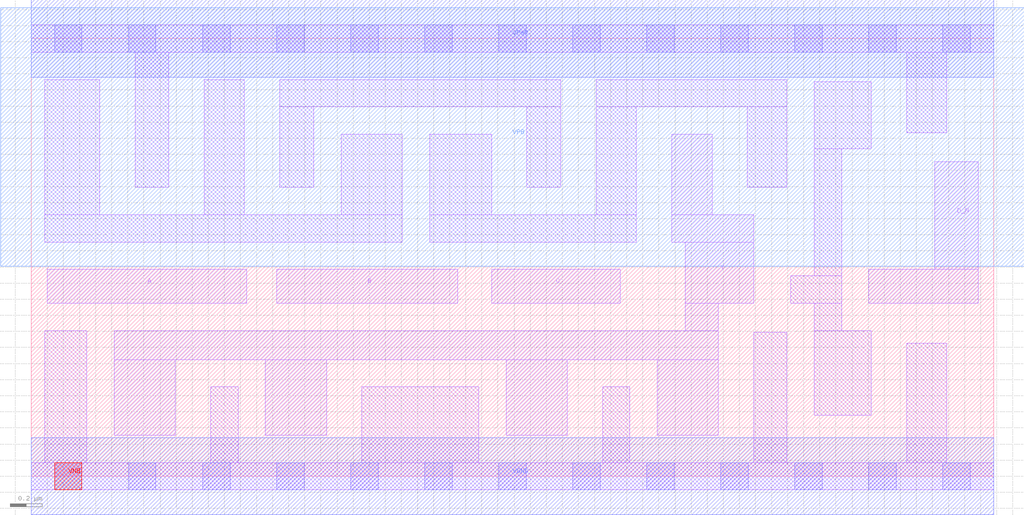
<source format=lef>
# Copyright 2020 The SkyWater PDK Authors
#
# Licensed under the Apache License, Version 2.0 (the "License");
# you may not use this file except in compliance with the License.
# You may obtain a copy of the License at
#
#     https://www.apache.org/licenses/LICENSE-2.0
#
# Unless required by applicable law or agreed to in writing, software
# distributed under the License is distributed on an "AS IS" BASIS,
# WITHOUT WARRANTIES OR CONDITIONS OF ANY KIND, either express or implied.
# See the License for the specific language governing permissions and
# limitations under the License.
#
# SPDX-License-Identifier: Apache-2.0

VERSION 5.7 ;
  NOWIREEXTENSIONATPIN ON ;
  DIVIDERCHAR "/" ;
  BUSBITCHARS "[]" ;
PROPERTYDEFINITIONS
  MACRO maskLayoutSubType STRING ;
  MACRO prCellType STRING ;
  MACRO originalViewName STRING ;
END PROPERTYDEFINITIONS
MACRO sky130_fd_sc_hdll__nor4b_2
  CLASS CORE ;
  FOREIGN sky130_fd_sc_hdll__nor4b_2 ;
  ORIGIN  0.000000  0.000000 ;
  SIZE  5.980000 BY  2.720000 ;
  SYMMETRY X Y R90 ;
  SITE unithd ;
  PIN A
    ANTENNAGATEAREA  0.555000 ;
    DIRECTION INPUT ;
    USE SIGNAL ;
    PORT
      LAYER li1 ;
        RECT 0.100000 1.075000 1.340000 1.285000 ;
    END
  END A
  PIN B
    ANTENNAGATEAREA  0.555000 ;
    DIRECTION INPUT ;
    USE SIGNAL ;
    PORT
      LAYER li1 ;
        RECT 1.525000 1.075000 2.650000 1.285000 ;
    END
  END B
  PIN C
    ANTENNAGATEAREA  0.555000 ;
    DIRECTION INPUT ;
    USE SIGNAL ;
    PORT
      LAYER li1 ;
        RECT 2.860000 1.075000 3.660000 1.285000 ;
    END
  END C
  PIN D_N
    ANTENNAGATEAREA  0.138600 ;
    DIRECTION INPUT ;
    USE SIGNAL ;
    PORT
      LAYER li1 ;
        RECT 5.205000 1.075000 5.885000 1.285000 ;
        RECT 5.615000 1.285000 5.885000 1.955000 ;
    END
  END D_N
  PIN VNB
    PORT
      LAYER pwell ;
        RECT 0.145000 -0.085000 0.315000 0.085000 ;
    END
  END VNB
  PIN VPB
    PORT
      LAYER nwell ;
        RECT -0.190000 1.305000 6.170000 2.910000 ;
    END
  END VPB
  PIN Y
    ANTENNADIFFAREA  1.219500 ;
    DIRECTION OUTPUT ;
    USE SIGNAL ;
    PORT
      LAYER li1 ;
        RECT 0.515000 0.255000 0.895000 0.725000 ;
        RECT 0.515000 0.725000 4.270000 0.905000 ;
        RECT 1.455000 0.255000 1.835000 0.725000 ;
        RECT 2.950000 0.255000 3.330000 0.725000 ;
        RECT 3.890000 0.255000 4.270000 0.725000 ;
        RECT 3.980000 1.455000 4.490000 1.625000 ;
        RECT 3.980000 1.625000 4.230000 2.125000 ;
        RECT 4.065000 0.905000 4.270000 1.075000 ;
        RECT 4.065000 1.075000 4.490000 1.455000 ;
    END
  END Y
  PIN VGND
    DIRECTION INOUT ;
    USE GROUND ;
    PORT
      LAYER met1 ;
        RECT 0.000000 -0.240000 5.980000 0.240000 ;
    END
  END VGND
  PIN VPWR
    DIRECTION INOUT ;
    USE POWER ;
    PORT
      LAYER met1 ;
        RECT 0.000000 2.480000 5.980000 2.960000 ;
    END
  END VPWR
  OBS
    LAYER li1 ;
      RECT 0.000000 -0.085000 5.980000 0.085000 ;
      RECT 0.000000  2.635000 5.980000 2.805000 ;
      RECT 0.085000  0.085000 0.345000 0.905000 ;
      RECT 0.085000  1.455000 2.305000 1.625000 ;
      RECT 0.085000  1.625000 0.425000 2.465000 ;
      RECT 0.645000  1.795000 0.855000 2.635000 ;
      RECT 1.075000  1.625000 1.325000 2.465000 ;
      RECT 1.115000  0.085000 1.285000 0.555000 ;
      RECT 1.545000  1.795000 1.755000 2.295000 ;
      RECT 1.545000  2.295000 3.290000 2.465000 ;
      RECT 1.925000  1.625000 2.305000 2.125000 ;
      RECT 2.055000  0.085000 2.780000 0.555000 ;
      RECT 2.475000  1.455000 3.760000 1.625000 ;
      RECT 2.475000  1.625000 2.860000 2.125000 ;
      RECT 3.080000  1.795000 3.290000 2.295000 ;
      RECT 3.510000  1.625000 3.760000 2.295000 ;
      RECT 3.510000  2.295000 4.695000 2.465000 ;
      RECT 3.550000  0.085000 3.720000 0.555000 ;
      RECT 4.450000  1.795000 4.695000 2.295000 ;
      RECT 4.490000  0.085000 4.695000 0.895000 ;
      RECT 4.720000  1.075000 5.035000 1.245000 ;
      RECT 4.865000  0.380000 5.220000 0.905000 ;
      RECT 4.865000  0.905000 5.035000 1.075000 ;
      RECT 4.865000  1.245000 5.035000 2.035000 ;
      RECT 4.865000  2.035000 5.220000 2.450000 ;
      RECT 5.440000  0.085000 5.690000 0.825000 ;
      RECT 5.440000  2.135000 5.690000 2.635000 ;
    LAYER mcon ;
      RECT 0.145000 -0.085000 0.315000 0.085000 ;
      RECT 0.145000  2.635000 0.315000 2.805000 ;
      RECT 0.605000 -0.085000 0.775000 0.085000 ;
      RECT 0.605000  2.635000 0.775000 2.805000 ;
      RECT 1.065000 -0.085000 1.235000 0.085000 ;
      RECT 1.065000  2.635000 1.235000 2.805000 ;
      RECT 1.525000 -0.085000 1.695000 0.085000 ;
      RECT 1.525000  2.635000 1.695000 2.805000 ;
      RECT 1.985000 -0.085000 2.155000 0.085000 ;
      RECT 1.985000  2.635000 2.155000 2.805000 ;
      RECT 2.445000 -0.085000 2.615000 0.085000 ;
      RECT 2.445000  2.635000 2.615000 2.805000 ;
      RECT 2.905000 -0.085000 3.075000 0.085000 ;
      RECT 2.905000  2.635000 3.075000 2.805000 ;
      RECT 3.365000 -0.085000 3.535000 0.085000 ;
      RECT 3.365000  2.635000 3.535000 2.805000 ;
      RECT 3.825000 -0.085000 3.995000 0.085000 ;
      RECT 3.825000  2.635000 3.995000 2.805000 ;
      RECT 4.285000 -0.085000 4.455000 0.085000 ;
      RECT 4.285000  2.635000 4.455000 2.805000 ;
      RECT 4.745000 -0.085000 4.915000 0.085000 ;
      RECT 4.745000  2.635000 4.915000 2.805000 ;
      RECT 5.205000 -0.085000 5.375000 0.085000 ;
      RECT 5.205000  2.635000 5.375000 2.805000 ;
      RECT 5.665000 -0.085000 5.835000 0.085000 ;
      RECT 5.665000  2.635000 5.835000 2.805000 ;
  END
  PROPERTY maskLayoutSubType "abstract" ;
  PROPERTY prCellType "standard" ;
  PROPERTY originalViewName "layout" ;
END sky130_fd_sc_hdll__nor4b_2
END LIBRARY

</source>
